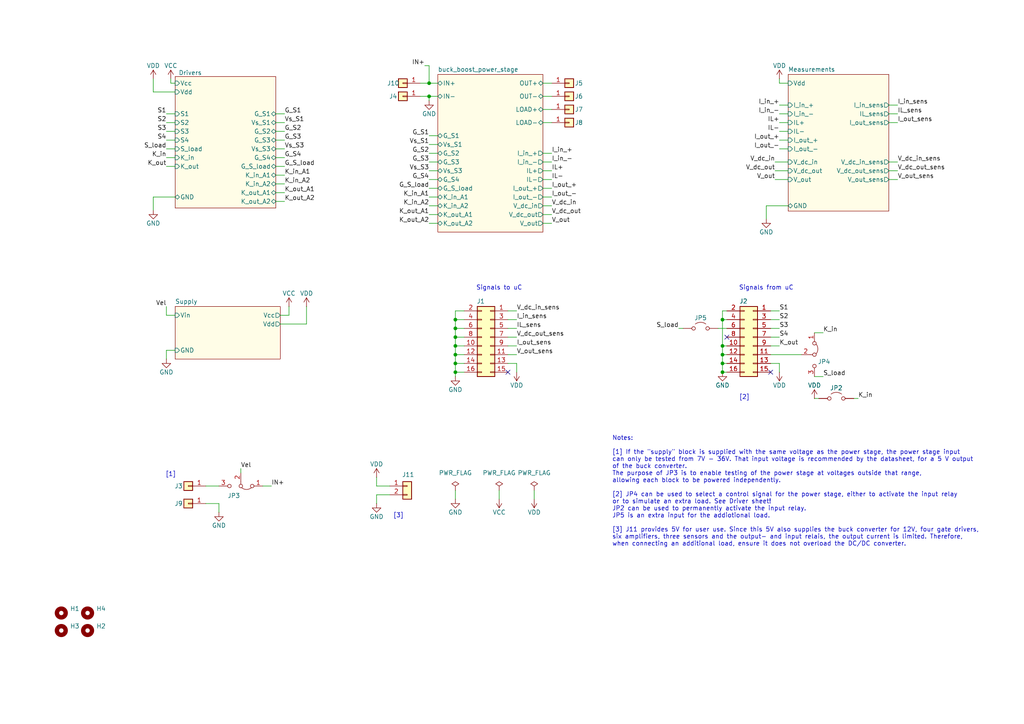
<source format=kicad_sch>
(kicad_sch (version 20231120) (generator "eeschema") (generator_version "8.0")
  (paper "A4")
  (lib_symbols
    (symbol "Connector_Generic:Conn_01x01" (pin_names (offset 1.016) hide)
      (property "Reference" "J" (at 0 2.54 0))
      (property "Value" "Conn_01x01" (at 0 -2.54 0))
      (symbol "Conn_01x01_1_1"
        (rectangle (start -1.27 0.127) (end 0 -0.127) (stroke (width 0.1524)))
        (rectangle (start -1.27 1.27) (end 1.27 -1.27) (stroke (width 0.254)) (fill (type background)))
        (pin passive line (at -5.08 0 0) (length 3.81) (name "Pin_1") (number "1"))
      )
    )
    (symbol "Connector_Generic:Conn_01x02" (pin_names (offset 1.016) hide)
      (property "Reference" "J" (at 0 2.54 0))
      (property "Value" "Conn_01x02" (at 0 -5.08 0))
      (symbol "Conn_01x02_1_1"
        (rectangle (start -1.27 -2.413) (end 0 -2.667) (stroke (width 0.1524)))
        (rectangle (start -1.27 0.127) (end 0 -0.127) (stroke (width 0.1524)))
        (rectangle (start -1.27 1.27) (end 1.27 -3.81) (stroke (width 0.254)) (fill (type background)))
        (pin passive line (at -5.08 0 0) (length 3.81) (name "Pin_1") (number "1"))
        (pin passive line (at -5.08 -2.54 0) (length 3.81) (name "Pin_2") (number "2"))
      )
    )
    (symbol "Connector_Generic:Conn_02x08_Odd_Even" (pin_names (offset 1.016) hide)
      (property "Reference" "J" (at 1.27 10.16 0))
      (property "Value" "Conn_02x08_Odd_Even" (at 1.27 -12.7 0))
      (symbol "Conn_02x08_Odd_Even_1_1"
        (rectangle (start -1.27 -10.033) (end 0 -10.287) (stroke (width 0.1524)))
        (rectangle (start -1.27 -7.493) (end 0 -7.747) (stroke (width 0.1524)))
        (rectangle (start -1.27 -4.953) (end 0 -5.207) (stroke (width 0.1524)))
        (rectangle (start -1.27 -2.413) (end 0 -2.667) (stroke (width 0.1524)))
        (rectangle (start -1.27 0.127) (end 0 -0.127) (stroke (width 0.1524)))
        (rectangle (start -1.27 2.667) (end 0 2.413) (stroke (width 0.1524)))
        (rectangle (start -1.27 5.207) (end 0 4.953) (stroke (width 0.1524)))
        (rectangle (start -1.27 7.747) (end 0 7.493) (stroke (width 0.1524)))
        (rectangle (start -1.27 8.89) (end 3.81 -11.43) (stroke (width 0.254)) (fill (type background)))
        (rectangle (start 3.81 -10.033) (end 2.54 -10.287) (stroke (width 0.1524)))
        (rectangle (start 3.81 -7.493) (end 2.54 -7.747) (stroke (width 0.1524)))
        (rectangle (start 3.81 -4.953) (end 2.54 -5.207) (stroke (width 0.1524)))
        (rectangle (start 3.81 -2.413) (end 2.54 -2.667) (stroke (width 0.1524)))
        (rectangle (start 3.81 0.127) (end 2.54 -0.127) (stroke (width 0.1524)))
        (rectangle (start 3.81 2.667) (end 2.54 2.413) (stroke (width 0.1524)))
        (rectangle (start 3.81 5.207) (end 2.54 4.953) (stroke (width 0.1524)))
        (rectangle (start 3.81 7.747) (end 2.54 7.493) (stroke (width 0.1524)))
        (pin passive line (at -5.08 7.62 0) (length 3.81) (name "Pin_1") (number "1"))
        (pin passive line (at 7.62 -2.54 180) (length 3.81) (name "Pin_10") (number "10"))
        (pin passive line (at -5.08 -5.08 0) (length 3.81) (name "Pin_11") (number "11"))
        (pin passive line (at 7.62 -5.08 180) (length 3.81) (name "Pin_12") (number "12"))
        (pin passive line (at -5.08 -7.62 0) (length 3.81) (name "Pin_13") (number "13"))
        (pin passive line (at 7.62 -7.62 180) (length 3.81) (name "Pin_14") (number "14"))
        (pin passive line (at -5.08 -10.16 0) (length 3.81) (name "Pin_15") (number "15"))
        (pin passive line (at 7.62 -10.16 180) (length 3.81) (name "Pin_16") (number "16"))
        (pin passive line (at 7.62 7.62 180) (length 3.81) (name "Pin_2") (number "2"))
        (pin passive line (at -5.08 5.08 0) (length 3.81) (name "Pin_3") (number "3"))
        (pin passive line (at 7.62 5.08 180) (length 3.81) (name "Pin_4") (number "4"))
        (pin passive line (at -5.08 2.54 0) (length 3.81) (name "Pin_5") (number "5"))
        (pin passive line (at 7.62 2.54 180) (length 3.81) (name "Pin_6") (number "6"))
        (pin passive line (at -5.08 0 0) (length 3.81) (name "Pin_7") (number "7"))
        (pin passive line (at 7.62 0 180) (length 3.81) (name "Pin_8") (number "8"))
        (pin passive line (at -5.08 -2.54 0) (length 3.81) (name "Pin_9") (number "9"))
      )
    )
    (symbol "Jumper:Jumper_2_Open" (pin_numbers hide) (pin_names (offset 0) hide) (exclude_from_sim yes)
      (property "Reference" "JP" (at 0 2.794 0))
      (property "Value" "Jumper_2_Open" (at 0 -2.286 0))
      (symbol "Jumper_2_Open_0_0"
        (circle (center -2.032 0) (radius 0.508))
        (circle (center 2.032 0) (radius 0.508))
      )
      (symbol "Jumper_2_Open_0_1"
        (arc (start 1.524 1.27) (mid 0 1.778) (end -1.524 1.27))
      )
      (symbol "Jumper_2_Open_1_1"
        (pin passive line (at -5.08 0 0) (length 2.54) (name "A") (number "1"))
        (pin passive line (at 5.08 0 180) (length 2.54) (name "B") (number "2"))
      )
    )
    (symbol "Jumper:Jumper_3_Bridged12" (pin_names (offset 0) hide) (exclude_from_sim yes) (in_bom no)
      (property "Reference" "JP" (at -2.54 -2.54 0))
      (property "Value" "Jumper_3_Bridged12" (at 0 2.794 0))
      (symbol "Jumper_3_Bridged12_0_0"
        (circle (center -3.302 0) (radius 0.508))
        (circle (center 0 0) (radius 0.508))
        (circle (center 3.302 0) (radius 0.508))
      )
      (symbol "Jumper_3_Bridged12_0_1"
        (arc (start -0.254 0.508) (mid -1.651 0.9912) (end -3.048 0.508))
        (polyline (pts (xy 0 -1.27) (xy 0 -0.508)))
      )
      (symbol "Jumper_3_Bridged12_1_1"
        (pin passive line (at -6.35 0 0) (length 2.54) (name "A") (number "1"))
        (pin passive line (at 0 -3.81 90) (length 2.54) (name "C") (number "2"))
        (pin passive line (at 6.35 0 180) (length 2.54) (name "B") (number "3"))
      )
    )
    (symbol "Mechanical:MountingHole" (pin_names (offset 1.016)) (exclude_from_sim yes) (in_bom no)
      (property "Reference" "H" (at 0 5.08 0))
      (property "Value" "MountingHole" (at 0 3.175 0))
      (symbol "MountingHole_0_1"
        (circle (center 0 0) (radius 1.27) (stroke (width 1.27)))
      )
    )
    (symbol "MountingHole_1" (pin_names (offset 1.016)) (exclude_from_sim yes) (in_bom no)
      (property "Reference" "H" (at 0 5.08 0))
      (property "Value" "MountingHole" (at 0 3.175 0))
      (symbol "MountingHole_1_0_1"
        (circle (center 0 0) (radius 1.27) (stroke (width 1.27)))
      )
    )
    (symbol "MountingHole_2" (pin_names (offset 1.016)) (exclude_from_sim yes) (in_bom no)
      (property "Reference" "H" (at 0 5.08 0))
      (property "Value" "MountingHole" (at 0 3.175 0))
      (symbol "MountingHole_2_0_1"
        (circle (center 0 0) (radius 1.27) (stroke (width 1.27)))
      )
    )
    (symbol "MountingHole_3" (pin_names (offset 1.016)) (exclude_from_sim yes) (in_bom no)
      (property "Reference" "H" (at 0 5.08 0))
      (property "Value" "MountingHole" (at 0 3.175 0))
      (symbol "MountingHole_3_0_1"
        (circle (center 0 0) (radius 1.27) (stroke (width 1.27)))
      )
    )
    (symbol "power:GND" (power) (pin_numbers hide) (pin_names (offset 0) hide)
      (property "Value" "GND" (at 0 -3.81 0))
      (symbol "GND_0_1"
        (polyline (pts (xy 0 0) (xy 0 -1.27) (xy 1.27 -1.27) (xy 0 -2.54) (xy -1.27 -1.27) (xy 0 -1.27)))
      )
      (symbol "GND_1_1"
        (pin power_in line (at 0 0 270) (length 0) (name "~") (number "1"))
      )
    )
    (symbol "power:PWR_FLAG" (power) (pin_numbers hide) (pin_names (offset 0) hide)
      (property "Value" "PWR_FLAG" (at 0 3.81 0))
      (symbol "PWR_FLAG_0_0"
        (pin power_out line (at 0 0 90) (length 0) (name "~") (number "1"))
      )
      (symbol "PWR_FLAG_0_1"
        (polyline (pts (xy 0 0) (xy 0 1.27) (xy -1.016 1.905) (xy 0 2.54) (xy 1.016 1.905) (xy 0 1.27)))
      )
    )
    (symbol "power:VCC" (power) (pin_numbers hide) (pin_names (offset 0) hide)
      (property "Value" "VCC" (at 0 3.556 0))
      (symbol "VCC_0_1"
        (polyline (pts (xy -0.762 1.27) (xy 0 2.54)))
        (polyline (pts (xy 0 0) (xy 0 2.54)))
        (polyline (pts (xy 0 2.54) (xy 0.762 1.27)))
      )
      (symbol "VCC_1_1"
        (pin power_in line (at 0 0 90) (length 0) (name "~") (number "1"))
      )
    )
    (symbol "power:VDD" (power) (pin_numbers hide) (pin_names (offset 0) hide)
      (property "Value" "VDD" (at 0 3.556 0))
      (symbol "VDD_0_1"
        (polyline (pts (xy -0.762 1.27) (xy 0 2.54)))
        (polyline (pts (xy 0 0) (xy 0 2.54)))
        (polyline (pts (xy 0 2.54) (xy 0.762 1.27)))
      )
      (symbol "VDD_1_1"
        (pin power_in line (at 0 0 90) (length 0) (name "~") (number "1"))
      )
    )
  )
  (junction (at 209.55 102.87))
  (junction (at 209.55 92.71))
  (junction (at 124.46 24.13))
  (junction (at 132.08 95.25))
  (junction (at 132.08 92.71))
  (junction (at 209.55 100.33))
  (junction (at 132.08 97.79))
  (junction (at 209.55 107.95))
  (junction (at 132.08 100.33))
  (junction (at 124.46 27.94))
  (junction (at 132.08 102.87))
  (junction (at 132.08 107.95))
  (junction (at 209.55 105.41))
  (junction (at 132.08 105.41))
  (no_connect (at 223.52 107.95))
  (no_connect (at 210.82 97.79))
  (no_connect (at 147.32 107.95))
  (wire (pts (xy 209.55 90.17) (xy 209.55 92.71)))
  (wire (pts (xy 48.26 35.56) (xy 50.8 35.56)))
  (wire (pts (xy 257.81 46.99) (xy 260.35 46.99)))
  (wire (pts (xy 48.26 38.1) (xy 50.8 38.1)))
  (wire (pts (xy 157.48 44.45) (xy 160.02 44.45)))
  (wire (pts (xy 147.32 92.71) (xy 149.86 92.71)))
  (wire (pts (xy 48.26 48.26) (xy 50.8 48.26)))
  (wire (pts (xy 132.08 102.87) (xy 134.62 102.87)))
  (wire (pts (xy 223.52 90.17) (xy 226.06 90.17)))
  (wire (pts (xy 157.48 31.75) (xy 160.02 31.75)))
  (wire (pts (xy 48.26 91.44) (xy 48.26 88.9)))
  (wire (pts (xy 157.48 49.53) (xy 160.02 49.53)))
  (wire (pts (xy 224.79 52.07) (xy 228.6 52.07)))
  (wire (pts (xy 132.08 97.79) (xy 132.08 100.33)))
  (wire (pts (xy 226.06 30.48) (xy 228.6 30.48)))
  (wire (pts (xy 222.25 59.69) (xy 228.6 59.69)))
  (wire (pts (xy 196.85 95.25) (xy 198.12 95.25)))
  (wire (pts (xy 157.48 62.23) (xy 160.02 62.23)))
  (wire (pts (xy 257.81 52.07) (xy 260.35 52.07)))
  (wire (pts (xy 80.01 38.1) (xy 82.55 38.1)))
  (wire (pts (xy 124.46 24.13) (xy 127 24.13)))
  (wire (pts (xy 80.01 40.64) (xy 82.55 40.64)))
  (wire (pts (xy 80.01 55.88) (xy 82.55 55.88)))
  (wire (pts (xy 236.22 109.22) (xy 238.76 109.22)))
  (wire (pts (xy 78.74 140.97) (xy 76.2 140.97)))
  (wire (pts (xy 257.81 35.56) (xy 260.35 35.56)))
  (wire (pts (xy 80.01 50.8) (xy 82.55 50.8)))
  (wire (pts (xy 81.28 91.44) (xy 83.82 91.44)))
  (wire (pts (xy 109.22 146.05) (xy 109.22 143.51)))
  (wire (pts (xy 132.08 107.95) (xy 134.62 107.95)))
  (wire (pts (xy 147.32 100.33) (xy 149.86 100.33)))
  (wire (pts (xy 48.26 45.72) (xy 50.8 45.72)))
  (wire (pts (xy 124.46 39.37) (xy 127 39.37)))
  (wire (pts (xy 48.26 43.18) (xy 50.8 43.18)))
  (wire (pts (xy 48.26 40.64) (xy 50.8 40.64)))
  (wire (pts (xy 49.53 24.13) (xy 49.53 22.86)))
  (wire (pts (xy 80.01 53.34) (xy 82.55 53.34)))
  (wire (pts (xy 257.81 33.02) (xy 260.35 33.02)))
  (wire (pts (xy 132.08 100.33) (xy 134.62 100.33)))
  (wire (pts (xy 223.52 95.25) (xy 226.06 95.25)))
  (wire (pts (xy 157.48 59.69) (xy 160.02 59.69)))
  (wire (pts (xy 236.22 115.57) (xy 237.49 115.57)))
  (wire (pts (xy 123.19 19.05) (xy 124.46 19.05)))
  (wire (pts (xy 257.81 30.48) (xy 260.35 30.48)))
  (wire (pts (xy 247.65 115.57) (xy 248.92 115.57)))
  (wire (pts (xy 44.45 60.96) (xy 44.45 57.15)))
  (wire (pts (xy 132.08 97.79) (xy 134.62 97.79)))
  (wire (pts (xy 80.01 48.26) (xy 82.55 48.26)))
  (wire (pts (xy 132.08 105.41) (xy 132.08 107.95)))
  (wire (pts (xy 154.94 144.78) (xy 154.94 142.24)))
  (wire (pts (xy 144.78 142.24) (xy 144.78 144.78)))
  (wire (pts (xy 157.48 24.13) (xy 160.02 24.13)))
  (wire (pts (xy 222.25 63.5) (xy 222.25 59.69)))
  (wire (pts (xy 80.01 43.18) (xy 82.55 43.18)))
  (wire (pts (xy 209.55 105.41) (xy 209.55 107.95)))
  (wire (pts (xy 63.5 148.59) (xy 63.5 146.05)))
  (wire (pts (xy 132.08 90.17) (xy 132.08 92.71)))
  (wire (pts (xy 224.79 49.53) (xy 228.6 49.53)))
  (wire (pts (xy 80.01 58.42) (xy 82.55 58.42)))
  (wire (pts (xy 109.22 143.51) (xy 113.03 143.51)))
  (wire (pts (xy 50.8 24.13) (xy 49.53 24.13)))
  (wire (pts (xy 44.45 26.67) (xy 50.8 26.67)))
  (wire (pts (xy 132.08 105.41) (xy 134.62 105.41)))
  (wire (pts (xy 124.46 46.99) (xy 127 46.99)))
  (wire (pts (xy 63.5 146.05) (xy 59.69 146.05)))
  (wire (pts (xy 147.32 105.41) (xy 149.86 105.41)))
  (wire (pts (xy 209.55 107.95) (xy 210.82 107.95)))
  (wire (pts (xy 80.01 45.72) (xy 82.55 45.72)))
  (wire (pts (xy 132.08 92.71) (xy 132.08 95.25)))
  (wire (pts (xy 134.62 90.17) (xy 132.08 90.17)))
  (wire (pts (xy 209.55 92.71) (xy 209.55 100.33)))
  (wire (pts (xy 226.06 35.56) (xy 228.6 35.56)))
  (wire (pts (xy 228.6 24.13) (xy 226.06 24.13)))
  (wire (pts (xy 132.08 100.33) (xy 132.08 102.87)))
  (wire (pts (xy 209.55 102.87) (xy 210.82 102.87)))
  (wire (pts (xy 44.45 22.86) (xy 44.45 26.67)))
  (wire (pts (xy 157.48 46.99) (xy 160.02 46.99)))
  (wire (pts (xy 124.46 59.69) (xy 127 59.69)))
  (wire (pts (xy 157.48 35.56) (xy 160.02 35.56)))
  (wire (pts (xy 69.85 135.89) (xy 69.85 137.16)))
  (wire (pts (xy 226.06 24.13) (xy 226.06 22.86)))
  (wire (pts (xy 223.52 97.79) (xy 226.06 97.79)))
  (wire (pts (xy 223.52 100.33) (xy 226.06 100.33)))
  (wire (pts (xy 80.01 33.02) (xy 82.55 33.02)))
  (wire (pts (xy 48.26 33.02) (xy 50.8 33.02)))
  (wire (pts (xy 124.46 54.61) (xy 127 54.61)))
  (wire (pts (xy 88.9 88.9) (xy 88.9 93.98)))
  (wire (pts (xy 124.46 41.91) (xy 127 41.91)))
  (wire (pts (xy 147.32 102.87) (xy 149.86 102.87)))
  (wire (pts (xy 48.26 101.6) (xy 50.8 101.6)))
  (wire (pts (xy 124.46 49.53) (xy 127 49.53)))
  (wire (pts (xy 236.22 96.52) (xy 238.76 96.52)))
  (wire (pts (xy 157.48 27.94) (xy 160.02 27.94)))
  (wire (pts (xy 210.82 90.17) (xy 209.55 90.17)))
  (wire (pts (xy 124.46 19.05) (xy 124.46 24.13)))
  (wire (pts (xy 59.69 140.97) (xy 63.5 140.97)))
  (wire (pts (xy 208.28 95.25) (xy 210.82 95.25)))
  (wire (pts (xy 121.92 27.94) (xy 124.46 27.94)))
  (wire (pts (xy 147.32 97.79) (xy 149.86 97.79)))
  (wire (pts (xy 109.22 140.97) (xy 109.22 138.43)))
  (wire (pts (xy 132.08 142.24) (xy 132.08 144.78)))
  (wire (pts (xy 44.45 57.15) (xy 50.8 57.15)))
  (wire (pts (xy 157.48 54.61) (xy 160.02 54.61)))
  (wire (pts (xy 226.06 38.1) (xy 228.6 38.1)))
  (wire (pts (xy 132.08 109.22) (xy 132.08 107.95)))
  (wire (pts (xy 132.08 92.71) (xy 134.62 92.71)))
  (wire (pts (xy 147.32 90.17) (xy 149.86 90.17)))
  (wire (pts (xy 132.08 95.25) (xy 132.08 97.79)))
  (wire (pts (xy 88.9 93.98) (xy 81.28 93.98)))
  (wire (pts (xy 226.06 40.64) (xy 228.6 40.64)))
  (wire (pts (xy 257.81 49.53) (xy 260.35 49.53)))
  (wire (pts (xy 124.46 57.15) (xy 127 57.15)))
  (wire (pts (xy 50.8 91.44) (xy 48.26 91.44)))
  (wire (pts (xy 209.55 105.41) (xy 210.82 105.41)))
  (wire (pts (xy 80.01 35.56) (xy 82.55 35.56)))
  (wire (pts (xy 147.32 95.25) (xy 149.86 95.25)))
  (wire (pts (xy 157.48 52.07) (xy 160.02 52.07)))
  (wire (pts (xy 209.55 100.33) (xy 210.82 100.33)))
  (wire (pts (xy 124.46 27.94) (xy 127 27.94)))
  (wire (pts (xy 124.46 44.45) (xy 127 44.45)))
  (wire (pts (xy 113.03 140.97) (xy 109.22 140.97)))
  (wire (pts (xy 83.82 91.44) (xy 83.82 88.9)))
  (wire (pts (xy 157.48 64.77) (xy 160.02 64.77)))
  (wire (pts (xy 149.86 105.41) (xy 149.86 107.95)))
  (wire (pts (xy 48.26 104.14) (xy 48.26 101.6)))
  (wire (pts (xy 226.06 33.02) (xy 228.6 33.02)))
  (wire (pts (xy 124.46 27.94) (xy 124.46 29.21)))
  (wire (pts (xy 209.55 100.33) (xy 209.55 102.87)))
  (wire (pts (xy 223.52 102.87) (xy 232.41 102.87)))
  (wire (pts (xy 223.52 105.41) (xy 226.06 105.41)))
  (wire (pts (xy 226.06 105.41) (xy 226.06 107.95)))
  (wire (pts (xy 226.06 43.18) (xy 228.6 43.18)))
  (wire (pts (xy 124.46 64.77) (xy 127 64.77)))
  (wire (pts (xy 209.55 92.71) (xy 210.82 92.71)))
  (wire (pts (xy 121.92 24.13) (xy 124.46 24.13)))
  (wire (pts (xy 124.46 62.23) (xy 127 62.23)))
  (wire (pts (xy 157.48 57.15) (xy 160.02 57.15)))
  (wire (pts (xy 124.46 52.07) (xy 127 52.07)))
  (wire (pts (xy 132.08 102.87) (xy 132.08 105.41)))
  (wire (pts (xy 132.08 95.25) (xy 134.62 95.25)))
  (wire (pts (xy 224.79 46.99) (xy 228.6 46.99)))
  (wire (pts (xy 209.55 102.87) (xy 209.55 105.41)))
  (wire (pts (xy 223.52 92.71) (xy 226.06 92.71)))
  (text "[1]" (at 49.53 137.668 0) (effects (font (size 1.27 1.27))))
  (text "Signals from uC" (at 222.25 83.566 0) (effects (font (size 1.27 1.27))))
  (text "Signals to uC" (at 144.78 83.566 0) (effects (font (size 1.27 1.27))))
  (text "[3]" (at 115.57 149.606 0) (effects (font (size 1.27 1.27))))
  (text "Notes:\n\n[1] If the \"supply\" block is supplied with the same voltage as the power stage, the power stage input\ncan only be tested from 7V - 36V. That input voltage is recommended by the datasheet, for a 5 V output\nof the buck converter. \nThe purpose of JP3 is to enable testing of the power stage at voltages outside that range,\nallowing each block to be powered independently.\n\n[2] JP4 can be used to select a control signal for the power stage, either to activate the input relay\nor to simulate an extra load. See Driver sheet! \nJP2 can be used to permanently activate the input relay.\nJP5 is an extra input for the addiotional load.\n\n[3] J11 provides 5V for user use. Since this 5V also supplies the buck converter for 12V, four gate drivers,\nsix amplifiers, three sensors and the output- and input relais, the output current is limited. Therefore,\nwhen connecting an additional load, ensure it does not overload the DC/DC converter. " (at 177.546 142.494 0) (effects (font (size 1.27 1.27)) (justify left)))
  (text "[2]" (at 215.9 115.316 0) (effects (font (size 1.27 1.27))))
  (label "V_out_sens" (at 260.35 52.07 0))
  (label "I_in_-" (at 160.02 46.99 0))
  (label "V_dc_in_sens" (at 149.86 90.17 0))
  (label "I_out_-" (at 160.02 57.15 0))
  (label "I_in_sens" (at 260.35 30.48 0))
  (label "V_dc_in_sens" (at 260.35 46.99 0))
  (label "S_load" (at 48.26 43.18 180))
  (label "K_in_A1" (at 82.55 50.8 0))
  (label "S1" (at 48.26 33.02 180))
  (label "S2" (at 226.06 92.71 0))
  (label "I_in_+" (at 226.06 30.48 180))
  (label "Vs_S1" (at 82.55 35.56 0))
  (label "I_in_-" (at 226.06 33.02 180))
  (label "S3" (at 226.06 95.25 0))
  (label "G_S3" (at 82.55 40.64 0))
  (label "V_out_sens" (at 149.86 102.87 0))
  (label "S4" (at 226.06 97.79 0))
  (label "V_dc_out_sens" (at 149.86 97.79 0))
  (label "S4" (at 48.26 40.64 180))
  (label "K_in_A2" (at 124.46 59.69 180))
  (label "I_out_sens" (at 260.35 35.56 0))
  (label "S2" (at 48.26 35.56 180))
  (label "K_in" (at 48.26 45.72 180))
  (label "Vs_S3" (at 124.46 49.53 180))
  (label "G_S3" (at 124.46 46.99 180))
  (label "G_S_load" (at 124.46 54.61 180))
  (label "IL+" (at 226.06 35.56 180))
  (label "K_out_A1" (at 82.55 55.88 0))
  (label "V_out" (at 160.02 64.77 0))
  (label "G_S1" (at 82.55 33.02 0))
  (label "IL_sens" (at 260.35 33.02 0))
  (label "G_S4" (at 124.46 52.07 180))
  (label "Vs_S3" (at 82.55 43.18 0))
  (label "K_out_A2" (at 82.55 58.42 0))
  (label "K_in" (at 248.92 115.57 0))
  (label "IL_sens" (at 149.86 95.25 0))
  (label "IL-" (at 226.06 38.1 180))
  (label "V_out" (at 224.79 52.07 180))
  (label "G_S2" (at 82.55 38.1 0))
  (label "K_in" (at 238.76 96.52 0))
  (label "K_out_A2" (at 124.46 64.77 180))
  (label "K_in_A1" (at 124.46 57.15 180))
  (label "I_in_+" (at 160.02 44.45 0))
  (label "K_out_A1" (at 124.46 62.23 180))
  (label "V_dc_in" (at 160.02 59.69 0))
  (label "IN+" (at 78.74 140.97 0))
  (label "V_dc_in" (at 224.79 46.99 180))
  (label "S_load" (at 196.85 95.25 180))
  (label "V_dc_out_sens" (at 260.35 49.53 0))
  (label "I_in_sens" (at 149.86 92.71 0))
  (label "I_out_+" (at 160.02 54.61 0))
  (label "K_in_A2" (at 82.55 53.34 0))
  (label "K_out" (at 48.26 48.26 180))
  (label "G_S4" (at 82.55 45.72 0))
  (label "V_dc_out" (at 224.79 49.53 180))
  (label "IL+" (at 160.02 49.53 0))
  (label "I_out_+" (at 226.06 40.64 180))
  (label "Vs_S1" (at 124.46 41.91 180))
  (label "S_load" (at 238.76 109.22 0))
  (label "V_dc_out" (at 160.02 62.23 0))
  (label "IN+" (at 123.19 19.05 180))
  (label "Vel" (at 48.26 88.9 180))
  (label "Vel" (at 69.85 135.89 0))
  (label "I_out_sens" (at 149.86 100.33 0))
  (label "G_S_load" (at 82.55 48.26 0))
  (label "S1" (at 226.06 90.17 0))
  (label "IL-" (at 160.02 52.07 0))
  (label "S3" (at 48.26 38.1 180))
  (label "K_out" (at 226.06 100.33 0))
  (label "I_out_-" (at 226.06 43.18 180))
  (label "G_S1" (at 124.46 39.37 180))
  (label "G_S2" (at 124.46 44.45 180))
  (symbol (lib_id "power:VDD") (at 149.86 107.95 180) (unit 1)
    (property "Reference" "#PWR02" (effects (hide yes)))
    (property "Value" "VDD" (at 149.86 111.76 0))
    (property "Description" "Power symbol creates a global label with name \"VDD\"" (effects (hide yes)))
  )
  (symbol (lib_id "power:GND") (at 44.45 60.96 0) (unit 1)
    (property "Reference" "#PWR072" (effects (hide yes)))
    (property "Value" "GND" (at 44.45 64.77 0))
    (property "Description" "Power symbol creates a global label with name \"GND\" , ground" (effects (hide yes)))
  )
  (symbol (lib_id "Connector_Generic:Conn_02x08_Odd_Even") (at 218.44 97.79 0) (mirror y) (unit 1)
    (property "Reference" "J2" (at 215.646 87.376 0))
    (property "Value" "Conn_02x08_Odd_Even" (effects (hide yes)))
    (property "Footprint" "Connector_PinHeader_2.54mm:PinHeader_2x08_P2.54mm_Horizontal" (effects (hide yes)))
    (property "Description" "Generic connector, double row, 02x08, odd/even pin numbering scheme (row 1 odd numbers, row 2 even numbers), script generated (kicad-library-utils/schlib/autogen/connector/)" (effects (hide yes)))
  )
  (symbol (lib_id "Jumper:Jumper_2_Open") (at 242.57 115.57 0) (unit 1) (exclude_from_sim yes)
    (property "Reference" "JP2" (at 242.57 112.522 0))
    (property "Value" "Jumper_2_Open" (effects (hide yes)))
    (property "Footprint" "TestPoint:TestPoint_2Pads_Pitch2.54mm_Drill0.8mm" (effects (hide yes)))
    (property "Description" "Jumper, 2-pole, open" (effects (hide yes)))
  )
  (symbol (lib_id "Connector_Generic:Conn_01x01") (at 54.61 140.97 0) (mirror y) (unit 1)
    (property "Reference" "J3" (at 51.816 140.97 0))
    (property "Value" "Conn_01x01" (effects (hide yes)))
    (property "Footprint" "MountingHole:MountingHole_6.4mm_M6_Pad" (effects (hide yes)))
    (property "Description" "Generic connector, single row, 01x01, script generated (kicad-library-utils/schlib/autogen/connector/)" (effects (hide yes)))
  )
  (symbol (lib_id "power:VDD") (at 88.9 88.9 0) (unit 1)
    (property "Reference" "#PWR016" (effects (hide yes)))
    (property "Value" "VDD" (at 88.9 85.09 0))
    (property "Description" "Power symbol creates a global label with name \"VDD\"" (effects (hide yes)))
  )
  (symbol (lib_id "power:VDD") (at 144.78 144.78 180) (unit 1)
    (property "Reference" "#PWR012" (effects (hide yes)))
    (property "Value" "VCC" (at 144.78 148.59 0))
  )
  (symbol (lib_id "Connector_Generic:Conn_01x01") (at 116.84 24.13 0) (mirror y) (unit 1)
    (property "Reference" "J10" (at 114.046 24.13 0))
    (property "Value" "Conn_01x01" (effects (hide yes)))
    (property "Footprint" "MountingHole:MountingHole_6.4mm_M6_Pad" (effects (hide yes)))
    (property "Description" "Generic connector, single row, 01x01, script generated (kicad-library-utils/schlib/autogen/connector/)" (effects (hide yes)))
  )
  (symbol (lib_name "MountingHole_1") (lib_id "Mechanical:MountingHole") (at 17.78 177.8 0) (unit 1) (exclude_from_sim yes) (in_bom no)
    (property "Reference" "H1" (at 20.32 176.5299 0) (effects (justify left)))
    (property "Value" "MountingHole" (effects (hide yes)))
    (property "Footprint" "MountingHole:MountingHole_3.2mm_M3" (effects (hide yes)))
    (property "Description" "Mounting Hole without connection" (effects (hide yes)))
  )
  (symbol (lib_id "power:GND") (at 109.22 146.05 0) (unit 1)
    (property "Reference" "#PWR013" (effects (hide yes)))
    (property "Value" "GND" (at 109.22 149.86 0))
    (property "Description" "Power symbol creates a global label with name \"GND\" , ground" (effects (hide yes)))
  )
  (symbol (lib_id "power:VDD") (at 44.45 22.86 0) (unit 1)
    (property "Reference" "#PWR06" (effects (hide yes)))
    (property "Value" "VDD" (at 44.45 19.05 0))
    (property "Description" "Power symbol creates a global label with name \"VDD\"" (effects (hide yes)))
  )
  (symbol (lib_id "power:PWR_FLAG") (at 132.08 142.24 0) (unit 1)
    (property "Reference" "#FLG01" (effects (hide yes)))
    (property "Value" "PWR_FLAG" (at 132.08 137.16 0))
    (property "Description" "Special symbol for telling ERC where power comes from" (effects (hide yes)))
  )
  (symbol (lib_id "power:GND") (at 132.08 144.78 0) (unit 1)
    (property "Reference" "#PWR09" (effects (hide yes)))
    (property "Value" "GND" (at 132.08 148.59 0))
  )
  (symbol (lib_id "power:GND") (at 63.5 148.59 0) (unit 1)
    (property "Reference" "#PWR010" (effects (hide yes)))
    (property "Value" "GND" (at 63.5 152.4 0))
    (property "Description" "Power symbol creates a global label with name \"GND\" , ground" (effects (hide yes)))
  )
  (symbol (lib_name "MountingHole_2") (lib_id "Mechanical:MountingHole") (at 25.4 182.88 0) (unit 1) (exclude_from_sim yes) (in_bom no)
    (property "Reference" "H2" (at 27.94 181.6099 0) (effects (justify left)))
    (property "Value" "MountingHole" (effects (hide yes)))
    (property "Footprint" "MountingHole:MountingHole_3.2mm_M3" (effects (hide yes)))
    (property "Description" "Mounting Hole without connection" (effects (hide yes)))
  )
  (symbol (lib_id "Connector_Generic:Conn_01x01") (at 165.1 27.94 0) (unit 1)
    (property "Reference" "J6" (at 167.894 27.94 0))
    (property "Value" "Conn_01x01" (effects (hide yes)))
    (property "Footprint" "MountingHole:MountingHole_6.4mm_M6_Pad" (effects (hide yes)))
    (property "Description" "Generic connector, single row, 01x01, script generated (kicad-library-utils/schlib/autogen/connector/)" (effects (hide yes)))
  )
  (symbol (lib_id "Connector_Generic:Conn_01x02") (at 118.11 140.97 0) (unit 1)
    (property "Reference" "J11" (at 116.586 137.668 0) (effects (justify left)))
    (property "Value" "Conn_01x02" (effects (hide yes)))
    (property "Footprint" "Connector_PinHeader_2.54mm:PinHeader_1x02_P2.54mm_Vertical" (effects (hide yes)))
    (property "Description" "Generic connector, single row, 01x02, script generated (kicad-library-utils/schlib/autogen/connector/)" (effects (hide yes)))
  )
  (symbol (lib_id "power:PWR_FLAG") (at 154.94 142.24 0) (unit 1)
    (property "Reference" "#FLG03" (effects (hide yes)))
    (property "Value" "PWR_FLAG" (at 154.94 137.16 0))
    (property "Description" "Special symbol for telling ERC where power comes from" (effects (hide yes)))
  )
  (symbol (lib_id "power:VDD") (at 226.06 22.86 0) (unit 1)
    (property "Reference" "#PWR08" (effects (hide yes)))
    (property "Value" "VDD" (at 226.06 19.05 0))
    (property "Description" "Power symbol creates a global label with name \"VDD\"" (effects (hide yes)))
  )
  (symbol (lib_id "power:GND") (at 132.08 109.22 0) (unit 1)
    (property "Reference" "#PWR01" (effects (hide yes)))
    (property "Value" "GND" (at 132.08 113.03 0))
    (property "Description" "Power symbol creates a global label with name \"GND\" , ground" (effects (hide yes)))
  )
  (symbol (lib_id "Connector_Generic:Conn_02x08_Odd_Even") (at 142.24 97.79 0) (mirror y) (unit 1)
    (property "Reference" "J1" (at 139.446 87.376 0))
    (property "Value" "Conn_02x08_Odd_Even" (effects (hide yes)))
    (property "Footprint" "Connector_PinHeader_2.54mm:PinHeader_2x08_P2.54mm_Horizontal" (effects (hide yes)))
    (property "Description" "Generic connector, double row, 02x08, odd/even pin numbering scheme (row 1 odd numbers, row 2 even numbers), script generated (kicad-library-utils/schlib/autogen/connector/)" (effects (hide yes)))
  )
  (symbol (lib_id "power:GND") (at 48.26 104.14 0) (unit 1)
    (property "Reference" "#PWR015" (effects (hide yes)))
    (property "Value" "GND" (at 48.26 107.95 0))
    (property "Description" "Power symbol creates a global label with name \"GND\" , ground" (effects (hide yes)))
  )
  (symbol (lib_id "power:PWR_FLAG") (at 144.78 142.24 0) (unit 1)
    (property "Reference" "#FLG02" (effects (hide yes)))
    (property "Value" "PWR_FLAG" (at 144.78 137.16 0))
    (property "Description" "Special symbol for telling ERC where power comes from" (effects (hide yes)))
  )
  (symbol (lib_name "MountingHole_3") (lib_id "Mechanical:MountingHole") (at 17.78 182.88 0) (unit 1) (exclude_from_sim yes) (in_bom no)
    (property "Reference" "H3" (at 20.32 181.6099 0) (effects (justify left)))
    (property "Value" "MountingHole" (effects (hide yes)))
    (property "Footprint" "MountingHole:MountingHole_3.2mm_M3" (effects (hide yes)))
    (property "Description" "Mounting Hole without connection" (effects (hide yes)))
  )
  (symbol (lib_id "power:VCC") (at 49.53 22.86 0) (unit 1)
    (property "Reference" "#PWR07" (effects (hide yes)))
    (property "Value" "VCC" (at 49.53 19.05 0))
    (property "Description" "Power symbol creates a global label with name \"VCC\"" (effects (hide yes)))
  )
  (symbol (lib_id "Jumper:Jumper_3_Bridged12") (at 69.85 140.97 180) (unit 1) (exclude_from_sim yes) (in_bom no)
    (property "Reference" "JP3" (at 67.818 143.764 0))
    (property "Value" "Jumper_3_Bridged12" (effects (hide yes)))
    (property "Footprint" "Connector_PinHeader_2.54mm:PinHeader_1x03_P2.54mm_Vertical" (effects (hide yes)))
    (property "Description" "Jumper, 3-pole, pins 1+2 closed/bridged" (effects (hide yes)))
  )
  (symbol (lib_id "power:GND") (at 222.25 63.5 0) (unit 1)
    (property "Reference" "#PWR050" (effects (hide yes)))
    (property "Value" "GND" (at 222.25 67.31 0))
    (property "Description" "Power symbol creates a global label with name \"GND\" , ground" (effects (hide yes)))
  )
  (symbol (lib_id "power:VCC") (at 83.82 88.9 0) (unit 1)
    (property "Reference" "#PWR017" (effects (hide yes)))
    (property "Value" "VCC" (at 83.82 85.09 0))
    (property "Description" "Power symbol creates a global label with name \"VCC\"" (effects (hide yes)))
  )
  (symbol (lib_id "power:VDD") (at 236.22 115.57 0) (unit 1)
    (property "Reference" "#PWR05" (effects (hide yes)))
    (property "Value" "VDD" (at 236.22 111.76 0))
    (property "Description" "Power symbol creates a global label with name \"VDD\"" (effects (hide yes)))
  )
  (symbol (lib_id "Connector_Generic:Conn_01x01") (at 165.1 24.13 0) (unit 1)
    (property "Reference" "J5" (at 167.894 24.13 0))
    (property "Value" "Conn_01x01" (effects (hide yes)))
    (property "Footprint" "MountingHole:MountingHole_6.4mm_M6_Pad" (effects (hide yes)))
    (property "Description" "Generic connector, single row, 01x01, script generated (kicad-library-utils/schlib/autogen/connector/)" (effects (hide yes)))
  )
  (symbol (lib_id "Connector_Generic:Conn_01x01") (at 165.1 31.75 0) (unit 1)
    (property "Reference" "J7" (at 167.894 31.75 0))
    (property "Value" "Conn_01x01" (effects (hide yes)))
    (property "Footprint" "MountingHole:MountingHole_6.4mm_M6_Pad" (effects (hide yes)))
    (property "Description" "Generic connector, single row, 01x01, script generated (kicad-library-utils/schlib/autogen/connector/)" (effects (hide yes)))
  )
  (symbol (lib_id "Connector_Generic:Conn_01x01") (at 54.61 146.05 0) (mirror y) (unit 1)
    (property "Reference" "J9" (at 51.816 146.05 0))
    (property "Value" "Conn_01x01" (effects (hide yes)))
    (property "Footprint" "MountingHole:MountingHole_6.4mm_M6_Pad" (effects (hide yes)))
    (property "Description" "Generic connector, single row, 01x01, script generated (kicad-library-utils/schlib/autogen/connector/)" (effects (hide yes)))
  )
  (symbol (lib_id "power:GND") (at 209.55 107.95 0) (unit 1)
    (property "Reference" "#PWR03" (effects (hide yes)))
    (property "Value" "GND" (at 209.55 111.76 0))
    (property "Description" "Power symbol creates a global label with name \"GND\" , ground" (effects (hide yes)))
  )
  (symbol (lib_id "power:VDD") (at 154.94 144.78 180) (unit 1)
    (property "Reference" "#PWR011" (effects (hide yes)))
    (property "Value" "VDD" (at 154.94 148.59 0))
  )
  (symbol (lib_id "power:GND") (at 124.46 29.21 0) (unit 1)
    (property "Reference" "#PWR029" (effects (hide yes)))
    (property "Value" "GND" (at 124.46 33.02 0))
    (property "Description" "Power symbol creates a global label with name \"GND\" , ground" (effects (hide yes)))
  )
  (symbol (lib_id "Connector_Generic:Conn_01x01") (at 116.84 27.94 0) (mirror y) (unit 1)
    (property "Reference" "J4" (at 114.046 27.94 0))
    (property "Value" "Conn_01x01" (effects (hide yes)))
    (property "Footprint" "MountingHole:MountingHole_6.4mm_M6_Pad" (effects (hide yes)))
    (property "Description" "Generic connector, single row, 01x01, script generated (kicad-library-utils/schlib/autogen/connector/)" (effects (hide yes)))
  )
  (symbol (lib_id "Mechanical:MountingHole") (at 25.4 177.8 0) (unit 1) (exclude_from_sim yes) (in_bom no)
    (property "Reference" "H4" (at 27.94 176.5299 0) (effects (justify left)))
    (property "Value" "MountingHole" (effects (hide yes)))
    (property "Footprint" "MountingHole:MountingHole_3.2mm_M3" (effects (hide yes)))
    (property "Description" "Mounting Hole without connection" (effects (hide yes)))
  )
  (symbol (lib_id "power:VDD") (at 226.06 107.95 180) (unit 1)
    (property "Reference" "#PWR04" (effects (hide yes)))
    (property "Value" "VDD" (at 226.06 111.76 0))
    (property "Description" "Power symbol creates a global label with name \"VDD\"" (effects (hide yes)))
  )
  (symbol (lib_id "Connector_Generic:Conn_01x01") (at 165.1 35.56 0) (unit 1)
    (property "Reference" "J8" (at 167.894 35.56 0))
    (property "Value" "Conn_01x01" (effects (hide yes)))
    (property "Footprint" "MountingHole:MountingHole_6.4mm_M6_Pad" (effects (hide yes)))
    (property "Description" "Generic connector, single row, 01x01, script generated (kicad-library-utils/schlib/autogen/connector/)" (effects (hide yes)))
  )
  (symbol (lib_id "Jumper:Jumper_2_Open") (at 203.2 95.25 0) (unit 1) (exclude_from_sim yes)
    (property "Reference" "JP5" (at 203.2 92.202 0))
    (property "Value" "Jumper_2_Open" (effects (hide yes)))
    (property "Footprint" "TestPoint:TestPoint_2Pads_Pitch2.54mm_Drill0.8mm" (effects (hide yes)))
    (property "Description" "Jumper, 2-pole, open" (effects (hide yes)))
  )
  (symbol (lib_id "power:VDD") (at 109.22 138.43 0) (unit 1)
    (property "Reference" "#PWR014" (effects (hide yes)))
    (property "Value" "VDD" (at 109.22 134.62 0))
  )
  (symbol (lib_id "Jumper:Jumper_3_Bridged12") (at 236.22 102.87 270) (unit 1) (exclude_from_sim yes) (in_bom no)
    (property "Reference" "JP4" (at 239.014 104.902 90))
    (property "Value" "Jumper_3_Bridged12" (effects (hide yes)))
    (property "Footprint" "Connector_PinHeader_2.54mm:PinHeader_1x03_P2.54mm_Vertical" (effects (hide yes)))
    (property "Description" "Jumper, 3-pole, pins 1+2 closed/bridged" (effects (hide yes)))
  )
  (sheet (at 50.8 88.9) (size 30.48 15.24) (stroke (width 0.1524)) (fill (color 255 253 231 1.0000))
    (property "Sheetname" "Supply" (at 50.8 88.1884 0) (effects (justify left bottom)))
    (property "Sheetfile" "Supply.kicad_sch" (effects (hide yes)))
    (pin "GND" input (at 50.8 101.6 180))
    (pin "Vdd" output (at 81.28 93.98 0))
    (pin "Vcc" output (at 81.28 91.44 0))
    (pin "Vin" input (at 50.8 91.44 180))
  )
  (sheet (at 127 21.59) (size 30.48 45.72) (stroke (width 0.1524)) (fill (color 255 253 231 1.0000))
    (property "Sheetname" "buck_boost_power_stage" (at 127 20.8784 0) (effects (justify left bottom)))
    (property "Sheetfile" "buck_boost_power_stage.kicad_sch" (effects (hide yes)))
    (pin "V_dc_out" output (at 157.48 62.23 0))
    (pin "V_out" output (at 157.48 64.77 0))
    (pin "IN-" bidirectional (at 127 27.94 180))
    (pin "LOAD+" bidirectional (at 157.48 31.75 0))
    (pin "LOAD-" bidirectional (at 157.48 35.56 0))
    (pin "IN+" bidirectional (at 127 24.13 180))
    (pin "OUT+" bidirectional (at 157.48 24.13 0))
    (pin "OUT-" bidirectional (at 157.48 27.94 0))
    (pin "V_dc_in" output (at 157.48 59.69 0))
    (pin "I_out_-" output (at 157.48 57.15 0))
    (pin "I_in_+" output (at 157.48 44.45 0))
    (pin "I_out_+" output (at 157.48 54.61 0))
    (pin "IL-" output (at 157.48 52.07 0))
    (pin "IL+" output (at 157.48 49.53 0))
    (pin "I_in_-" output (at 157.48 46.99 0))
    (pin "K_in_A2" bidirectional (at 127 59.69 180))
    (pin "K_out_A2" bidirectional (at 127 64.77 180))
    (pin "K_in_A1" bidirectional (at 127 57.15 180))
    (pin "K_out_A1" bidirectional (at 127 62.23 180))
    (pin "G_S1" bidirectional (at 127 39.37 180))
    (pin "G_S3" bidirectional (at 127 46.99 180))
    (pin "Vs_S1" bidirectional (at 127 41.91 180))
    (pin "Vs_S3" bidirectional (at 127 49.53 180))
    (pin "G_S2" bidirectional (at 127 44.45 180))
    (pin "G_S4" bidirectional (at 127 52.07 180))
    (pin "G_S_load" bidirectional (at 127 54.61 180))
  )
  (sheet (at 228.6 21.59) (size 29.21 39.624) (stroke (width 0.1524)) (fill (color 255 253 231 1.0000))
    (property "Sheetname" "Measurements" (at 228.6 20.8784 0) (effects (justify left bottom)))
    (property "Sheetfile" "Measurements.kicad_sch" (effects (hide yes)))
    (pin "V_out" input (at 228.6 52.07 180))
    (pin "V_dc_in" input (at 228.6 46.99 180))
    (pin "V_dc_out" input (at 228.6 49.53 180))
    (pin "I_in_-" input (at 228.6 33.02 180))
    (pin "I_in_+" input (at 228.6 30.48 180))
    (pin "IL-" input (at 228.6 38.1 180))
    (pin "I_out_+" input (at 228.6 40.64 180))
    (pin "IL+" input (at 228.6 35.56 180))
    (pin "I_out_-" input (at 228.6 43.18 180))
    (pin "I_out_sens" output (at 257.81 35.56 0))
    (pin "IL_sens" output (at 257.81 33.02 0))
    (pin "V_dc_in_sens" output (at 257.81 46.99 0))
    (pin "V_out_sens" output (at 257.81 52.07 0))
    (pin "I_in_sens" output (at 257.81 30.48 0))
    (pin "V_dc_out_sens" output (at 257.81 49.53 0))
    (pin "Vdd" input (at 228.6 24.13 180))
    (pin "GND" bidirectional (at 228.6 59.69 180))
  )
  (sheet (at 50.8 22.225) (size 29.21 38.1) (stroke (width 0.1524)) (fill (color 255 253 231 1.0000))
    (property "Sheetname" "Drivers" (at 51.816 21.844 0) (effects (justify left bottom)))
    (property "Sheetfile" "drivers.kicad_sch" (effects (hide yes)))
    (pin "Vcc" input (at 50.8 24.13 180))
    (pin "Vdd" input (at 50.8 26.67 180))
    (pin "GND" bidirectional (at 50.8 57.15 180))
    (pin "S3" input (at 50.8 38.1 180))
    (pin "Vs_S3" bidirectional (at 80.01 43.18 0))
    (pin "G_S3" bidirectional (at 80.01 40.64 0))
    (pin "Vs_S1" bidirectional (at 80.01 35.56 0))
    (pin "G_S1" bidirectional (at 80.01 33.02 0))
    (pin "S1" input (at 50.8 33.02 180))
    (pin "S_load" input (at 50.8 43.18 180))
    (pin "G_S_load" bidirectional (at 80.01 48.26 0))
    (pin "S2" input (at 50.8 35.56 180))
    (pin "G_S2" bidirectional (at 80.01 38.1 0))
    (pin "S4" input (at 50.8 40.64 180))
    (pin "G_S4" bidirectional (at 80.01 45.72 0))
    (pin "K_out_A1" bidirectional (at 80.01 55.88 0))
    (pin "K_out" input (at 50.8 48.26 180))
    (pin "K_in_A2" bidirectional (at 80.01 53.34 0))
    (pin "K_in_A1" bidirectional (at 80.01 50.8 0))
    (pin "K_in" input (at 50.8 45.72 180))
    (pin "K_out_A2" bidirectional (at 80.01 58.42 0))
  )
)
</source>
